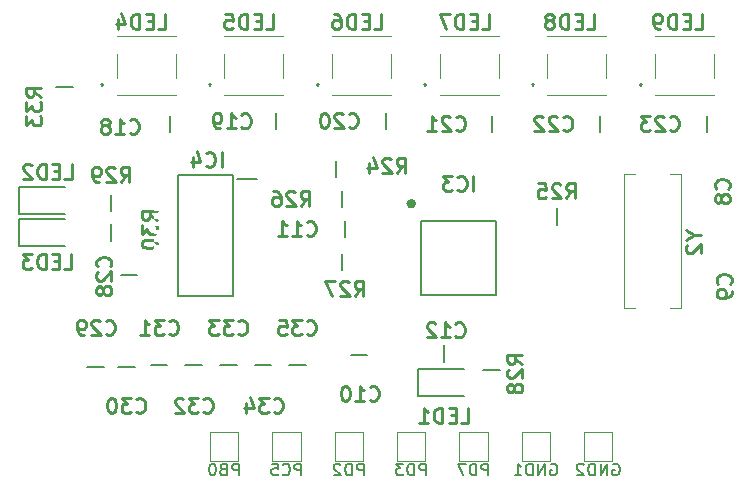
<source format=gbo>
G04 #@! TF.GenerationSoftware,KiCad,Pcbnew,(5.1.9)-1*
G04 #@! TF.CreationDate,2021-04-13T17:11:41+02:00*
G04 #@! TF.ProjectId,sh_control,73685f63-6f6e-4747-926f-6c2e6b696361,rev?*
G04 #@! TF.SameCoordinates,Original*
G04 #@! TF.FileFunction,Legend,Bot*
G04 #@! TF.FilePolarity,Positive*
%FSLAX46Y46*%
G04 Gerber Fmt 4.6, Leading zero omitted, Abs format (unit mm)*
G04 Created by KiCad (PCBNEW (5.1.9)-1) date 2021-04-13 17:11:41*
%MOMM*%
%LPD*%
G01*
G04 APERTURE LIST*
%ADD10C,0.200000*%
%ADD11C,0.120000*%
%ADD12C,0.100000*%
%ADD13C,0.400000*%
%ADD14C,0.254000*%
%ADD15C,0.150000*%
%ADD16R,1.800000X1.050000*%
%ADD17R,2.000000X2.000000*%
%ADD18R,2.000000X5.500000*%
%ADD19C,1.192000*%
%ADD20R,1.050000X1.800000*%
%ADD21R,1.200000X1.800000*%
%ADD22R,1.500000X0.900000*%
%ADD23R,1.100000X1.550000*%
%ADD24C,1.725000*%
%ADD25R,1.725000X1.725000*%
%ADD26O,0.800000X1.600000*%
%ADD27C,0.650000*%
%ADD28R,1.700000X0.450000*%
%ADD29R,1.500000X0.600000*%
%ADD30R,0.600000X1.500000*%
%ADD31C,3.200000*%
%ADD32R,2.110000X1.350000*%
%ADD33R,1.820000X1.020000*%
%ADD34C,1.050000*%
%ADD35R,1.050000X1.050000*%
%ADD36R,1.050000X1.820000*%
%ADD37R,1.020000X1.820000*%
%ADD38R,1.390000X0.960000*%
G04 APERTURE END LIST*
D10*
X56850000Y-97400000D02*
X58250000Y-97400000D01*
D11*
X101530000Y-126680000D02*
X101530000Y-129080000D01*
X103930000Y-126680000D02*
X101530000Y-126680000D01*
X103930000Y-129080000D02*
X103930000Y-126680000D01*
X101530000Y-129080000D02*
X103930000Y-129080000D01*
X96251665Y-126680000D02*
X96251665Y-129080000D01*
X98651665Y-126680000D02*
X96251665Y-126680000D01*
X98651665Y-129080000D02*
X98651665Y-126680000D01*
X96251665Y-129080000D02*
X98651665Y-129080000D01*
X90973332Y-126680000D02*
X90973332Y-129080000D01*
X93373332Y-126680000D02*
X90973332Y-126680000D01*
X93373332Y-129080000D02*
X93373332Y-126680000D01*
X90973332Y-129080000D02*
X93373332Y-129080000D01*
X85694999Y-126680000D02*
X85694999Y-129080000D01*
X88094999Y-126680000D02*
X85694999Y-126680000D01*
X88094999Y-129080000D02*
X88094999Y-126680000D01*
X85694999Y-129080000D02*
X88094999Y-129080000D01*
X80416666Y-126680000D02*
X80416666Y-129080000D01*
X82816666Y-126680000D02*
X80416666Y-126680000D01*
X82816666Y-129080000D02*
X82816666Y-126680000D01*
X80416666Y-129080000D02*
X82816666Y-129080000D01*
X75138333Y-126680000D02*
X75138333Y-129080000D01*
X77538333Y-126680000D02*
X75138333Y-126680000D01*
X77538333Y-129080000D02*
X77538333Y-126680000D01*
X75138333Y-129080000D02*
X77538333Y-129080000D01*
X69860000Y-126680000D02*
X69860000Y-129080000D01*
X72260000Y-126680000D02*
X69860000Y-126680000D01*
X72260000Y-129080000D02*
X72260000Y-126680000D01*
X69860000Y-129080000D02*
X72260000Y-129080000D01*
D12*
X105820000Y-104770000D02*
X104920000Y-104770000D01*
X104920000Y-104770000D02*
X104920000Y-116170000D01*
X104920000Y-116170000D02*
X105820000Y-116170000D01*
X108820000Y-104770000D02*
X109720000Y-104770000D01*
X109720000Y-104770000D02*
X109720000Y-116170000D01*
X109720000Y-116170000D02*
X108820000Y-116170000D01*
D10*
X61460000Y-109040000D02*
X61460000Y-110440000D01*
X61440000Y-106540000D02*
X61440000Y-107940000D01*
X93010000Y-121430000D02*
X94410000Y-121430000D01*
X81026000Y-111568000D02*
X81026000Y-112968000D01*
X81050000Y-107634000D02*
X81050000Y-106234000D01*
X99220000Y-107680000D02*
X99220000Y-109080000D01*
X80542000Y-105094000D02*
X80542000Y-103694000D01*
D12*
X107520000Y-98140000D02*
X112520000Y-98140000D01*
X107520000Y-93140000D02*
X112520000Y-93140000D01*
X107520000Y-94640000D02*
X107520000Y-96640000D01*
X112520000Y-94640000D02*
X112520000Y-96640000D01*
D10*
X106320000Y-97140000D02*
X106320000Y-97140000D01*
X106320000Y-97340000D02*
X106320000Y-97340000D01*
X106320000Y-97140000D02*
G75*
G02*
X106320000Y-97340000I0J-100000D01*
G01*
X106320000Y-97340000D02*
G75*
G02*
X106320000Y-97140000I0J100000D01*
G01*
D12*
X98406000Y-98140000D02*
X103406000Y-98140000D01*
X98406000Y-93140000D02*
X103406000Y-93140000D01*
X98406000Y-94640000D02*
X98406000Y-96640000D01*
X103406000Y-94640000D02*
X103406000Y-96640000D01*
D10*
X97206000Y-97140000D02*
X97206000Y-97140000D01*
X97206000Y-97340000D02*
X97206000Y-97340000D01*
X97206000Y-97140000D02*
G75*
G02*
X97206000Y-97340000I0J-100000D01*
G01*
X97206000Y-97340000D02*
G75*
G02*
X97206000Y-97140000I0J100000D01*
G01*
D12*
X89292000Y-98140000D02*
X94292000Y-98140000D01*
X89292000Y-93140000D02*
X94292000Y-93140000D01*
X89292000Y-94640000D02*
X89292000Y-96640000D01*
X94292000Y-94640000D02*
X94292000Y-96640000D01*
D10*
X88092000Y-97140000D02*
X88092000Y-97140000D01*
X88092000Y-97340000D02*
X88092000Y-97340000D01*
X88092000Y-97140000D02*
G75*
G02*
X88092000Y-97340000I0J-100000D01*
G01*
X88092000Y-97340000D02*
G75*
G02*
X88092000Y-97140000I0J100000D01*
G01*
D12*
X80178000Y-98140000D02*
X85178000Y-98140000D01*
X80178000Y-93140000D02*
X85178000Y-93140000D01*
X80178000Y-94640000D02*
X80178000Y-96640000D01*
X85178000Y-94640000D02*
X85178000Y-96640000D01*
D10*
X78978000Y-97140000D02*
X78978000Y-97140000D01*
X78978000Y-97340000D02*
X78978000Y-97340000D01*
X78978000Y-97140000D02*
G75*
G02*
X78978000Y-97340000I0J-100000D01*
G01*
X78978000Y-97340000D02*
G75*
G02*
X78978000Y-97140000I0J100000D01*
G01*
D12*
X71064000Y-98140000D02*
X76064000Y-98140000D01*
X71064000Y-93140000D02*
X76064000Y-93140000D01*
X71064000Y-94640000D02*
X71064000Y-96640000D01*
X76064000Y-94640000D02*
X76064000Y-96640000D01*
D10*
X69864000Y-97140000D02*
X69864000Y-97140000D01*
X69864000Y-97340000D02*
X69864000Y-97340000D01*
X69864000Y-97140000D02*
G75*
G02*
X69864000Y-97340000I0J-100000D01*
G01*
X69864000Y-97340000D02*
G75*
G02*
X69864000Y-97140000I0J100000D01*
G01*
D12*
X61950000Y-98140000D02*
X66950000Y-98140000D01*
X61950000Y-93140000D02*
X66950000Y-93140000D01*
X61950000Y-94640000D02*
X61950000Y-96640000D01*
X66950000Y-94640000D02*
X66950000Y-96640000D01*
D10*
X60750000Y-97140000D02*
X60750000Y-97140000D01*
X60750000Y-97340000D02*
X60750000Y-97340000D01*
X60750000Y-97140000D02*
G75*
G02*
X60750000Y-97340000I0J-100000D01*
G01*
X60750000Y-97340000D02*
G75*
G02*
X60750000Y-97140000I0J100000D01*
G01*
X57590000Y-110885000D02*
X53690000Y-110885000D01*
X53690000Y-110885000D02*
X53690000Y-108635000D01*
X53690000Y-108635000D02*
X57590000Y-108635000D01*
X57610000Y-108195000D02*
X53710000Y-108195000D01*
X53710000Y-108195000D02*
X53710000Y-105945000D01*
X53710000Y-105945000D02*
X57610000Y-105945000D01*
X91340000Y-123565000D02*
X87440000Y-123565000D01*
X87440000Y-123565000D02*
X87440000Y-121315000D01*
X87440000Y-121315000D02*
X91340000Y-121315000D01*
X71780000Y-104892000D02*
X67180000Y-104892000D01*
X67180000Y-104892000D02*
X67180000Y-115168000D01*
X67180000Y-115168000D02*
X71780000Y-115168000D01*
X71780000Y-115168000D02*
X71780000Y-104892000D01*
X73830000Y-105230000D02*
X72130000Y-105230000D01*
X87740000Y-108770000D02*
X87740000Y-115070000D01*
X87740000Y-115070000D02*
X94040000Y-115070000D01*
X94040000Y-115070000D02*
X94040000Y-108770000D01*
X94040000Y-108770000D02*
X87740000Y-108770000D01*
D13*
X87090000Y-107320000D02*
G75*
G03*
X87090000Y-107320000I-200000J0D01*
G01*
D10*
X76570000Y-121010000D02*
X77970000Y-121010000D01*
X73640000Y-121010000D02*
X75040000Y-121010000D01*
X70710000Y-121010000D02*
X72110000Y-121010000D01*
X67780000Y-121010000D02*
X69180000Y-121010000D01*
X64850000Y-121010000D02*
X66250000Y-121010000D01*
X62070000Y-121155000D02*
X63470000Y-121155000D01*
X59440000Y-121155000D02*
X60840000Y-121155000D01*
X63710000Y-113390000D02*
X62310000Y-113390000D01*
X111894000Y-99884000D02*
X111894000Y-101284000D01*
X102870000Y-99884000D02*
X102870000Y-101284000D01*
X93726000Y-99884000D02*
X93726000Y-101284000D01*
X84716000Y-99630000D02*
X84716000Y-101030000D01*
X75438000Y-99630000D02*
X75438000Y-101030000D01*
X66428000Y-99884000D02*
X66428000Y-101284000D01*
X89690000Y-120690000D02*
X89690000Y-119290000D01*
X81280000Y-110174000D02*
X81280000Y-108774000D01*
X81780000Y-120140000D02*
X83180000Y-120140000D01*
D14*
X55574523Y-98263571D02*
X54969761Y-97840238D01*
X55574523Y-97537857D02*
X54304523Y-97537857D01*
X54304523Y-98021666D01*
X54365000Y-98142619D01*
X54425476Y-98203095D01*
X54546428Y-98263571D01*
X54727857Y-98263571D01*
X54848809Y-98203095D01*
X54909285Y-98142619D01*
X54969761Y-98021666D01*
X54969761Y-97537857D01*
X54304523Y-98686904D02*
X54304523Y-99473095D01*
X54788333Y-99049761D01*
X54788333Y-99231190D01*
X54848809Y-99352142D01*
X54909285Y-99412619D01*
X55030238Y-99473095D01*
X55332619Y-99473095D01*
X55453571Y-99412619D01*
X55514047Y-99352142D01*
X55574523Y-99231190D01*
X55574523Y-98868333D01*
X55514047Y-98747380D01*
X55453571Y-98686904D01*
X54304523Y-99896428D02*
X54304523Y-100682619D01*
X54788333Y-100259285D01*
X54788333Y-100440714D01*
X54848809Y-100561666D01*
X54909285Y-100622142D01*
X55030238Y-100682619D01*
X55332619Y-100682619D01*
X55453571Y-100622142D01*
X55514047Y-100561666D01*
X55574523Y-100440714D01*
X55574523Y-100077857D01*
X55514047Y-99956904D01*
X55453571Y-99896428D01*
D15*
X103968095Y-129378000D02*
X104063333Y-129330380D01*
X104206190Y-129330380D01*
X104349047Y-129378000D01*
X104444285Y-129473238D01*
X104491904Y-129568476D01*
X104539523Y-129758952D01*
X104539523Y-129901809D01*
X104491904Y-130092285D01*
X104444285Y-130187523D01*
X104349047Y-130282761D01*
X104206190Y-130330380D01*
X104110952Y-130330380D01*
X103968095Y-130282761D01*
X103920476Y-130235142D01*
X103920476Y-129901809D01*
X104110952Y-129901809D01*
X103491904Y-130330380D02*
X103491904Y-129330380D01*
X102920476Y-130330380D01*
X102920476Y-129330380D01*
X102444285Y-130330380D02*
X102444285Y-129330380D01*
X102206190Y-129330380D01*
X102063333Y-129378000D01*
X101968095Y-129473238D01*
X101920476Y-129568476D01*
X101872857Y-129758952D01*
X101872857Y-129901809D01*
X101920476Y-130092285D01*
X101968095Y-130187523D01*
X102063333Y-130282761D01*
X102206190Y-130330380D01*
X102444285Y-130330380D01*
X101491904Y-129425619D02*
X101444285Y-129378000D01*
X101349047Y-129330380D01*
X101110952Y-129330380D01*
X101015714Y-129378000D01*
X100968095Y-129425619D01*
X100920476Y-129520857D01*
X100920476Y-129616095D01*
X100968095Y-129758952D01*
X101539523Y-130330380D01*
X100920476Y-130330380D01*
X98689760Y-129378000D02*
X98784998Y-129330380D01*
X98927855Y-129330380D01*
X99070712Y-129378000D01*
X99165950Y-129473238D01*
X99213569Y-129568476D01*
X99261188Y-129758952D01*
X99261188Y-129901809D01*
X99213569Y-130092285D01*
X99165950Y-130187523D01*
X99070712Y-130282761D01*
X98927855Y-130330380D01*
X98832617Y-130330380D01*
X98689760Y-130282761D01*
X98642141Y-130235142D01*
X98642141Y-129901809D01*
X98832617Y-129901809D01*
X98213569Y-130330380D02*
X98213569Y-129330380D01*
X97642141Y-130330380D01*
X97642141Y-129330380D01*
X97165950Y-130330380D02*
X97165950Y-129330380D01*
X96927855Y-129330380D01*
X96784998Y-129378000D01*
X96689760Y-129473238D01*
X96642141Y-129568476D01*
X96594522Y-129758952D01*
X96594522Y-129901809D01*
X96642141Y-130092285D01*
X96689760Y-130187523D01*
X96784998Y-130282761D01*
X96927855Y-130330380D01*
X97165950Y-130330380D01*
X95642141Y-130330380D02*
X96213569Y-130330380D01*
X95927855Y-130330380D02*
X95927855Y-129330380D01*
X96023093Y-129473238D01*
X96118331Y-129568476D01*
X96213569Y-129616095D01*
X93411427Y-130330380D02*
X93411427Y-129330380D01*
X93030474Y-129330380D01*
X92935236Y-129378000D01*
X92887617Y-129425619D01*
X92839998Y-129520857D01*
X92839998Y-129663714D01*
X92887617Y-129758952D01*
X92935236Y-129806571D01*
X93030474Y-129854190D01*
X93411427Y-129854190D01*
X92411427Y-130330380D02*
X92411427Y-129330380D01*
X92173332Y-129330380D01*
X92030474Y-129378000D01*
X91935236Y-129473238D01*
X91887617Y-129568476D01*
X91839998Y-129758952D01*
X91839998Y-129901809D01*
X91887617Y-130092285D01*
X91935236Y-130187523D01*
X92030474Y-130282761D01*
X92173332Y-130330380D01*
X92411427Y-130330380D01*
X91506665Y-129330380D02*
X90839998Y-129330380D01*
X91268570Y-130330380D01*
X88133094Y-130330380D02*
X88133094Y-129330380D01*
X87752141Y-129330380D01*
X87656903Y-129378000D01*
X87609284Y-129425619D01*
X87561665Y-129520857D01*
X87561665Y-129663714D01*
X87609284Y-129758952D01*
X87656903Y-129806571D01*
X87752141Y-129854190D01*
X88133094Y-129854190D01*
X87133094Y-130330380D02*
X87133094Y-129330380D01*
X86894999Y-129330380D01*
X86752141Y-129378000D01*
X86656903Y-129473238D01*
X86609284Y-129568476D01*
X86561665Y-129758952D01*
X86561665Y-129901809D01*
X86609284Y-130092285D01*
X86656903Y-130187523D01*
X86752141Y-130282761D01*
X86894999Y-130330380D01*
X87133094Y-130330380D01*
X86228332Y-129330380D02*
X85609284Y-129330380D01*
X85942618Y-129711333D01*
X85799760Y-129711333D01*
X85704522Y-129758952D01*
X85656903Y-129806571D01*
X85609284Y-129901809D01*
X85609284Y-130139904D01*
X85656903Y-130235142D01*
X85704522Y-130282761D01*
X85799760Y-130330380D01*
X86085475Y-130330380D01*
X86180713Y-130282761D01*
X86228332Y-130235142D01*
X82854761Y-130330380D02*
X82854761Y-129330380D01*
X82473808Y-129330380D01*
X82378570Y-129378000D01*
X82330951Y-129425619D01*
X82283332Y-129520857D01*
X82283332Y-129663714D01*
X82330951Y-129758952D01*
X82378570Y-129806571D01*
X82473808Y-129854190D01*
X82854761Y-129854190D01*
X81854761Y-130330380D02*
X81854761Y-129330380D01*
X81616666Y-129330380D01*
X81473808Y-129378000D01*
X81378570Y-129473238D01*
X81330951Y-129568476D01*
X81283332Y-129758952D01*
X81283332Y-129901809D01*
X81330951Y-130092285D01*
X81378570Y-130187523D01*
X81473808Y-130282761D01*
X81616666Y-130330380D01*
X81854761Y-130330380D01*
X80902380Y-129425619D02*
X80854761Y-129378000D01*
X80759523Y-129330380D01*
X80521427Y-129330380D01*
X80426189Y-129378000D01*
X80378570Y-129425619D01*
X80330951Y-129520857D01*
X80330951Y-129616095D01*
X80378570Y-129758952D01*
X80949999Y-130330380D01*
X80330951Y-130330380D01*
X77576428Y-130330380D02*
X77576428Y-129330380D01*
X77195475Y-129330380D01*
X77100237Y-129378000D01*
X77052618Y-129425619D01*
X77004999Y-129520857D01*
X77004999Y-129663714D01*
X77052618Y-129758952D01*
X77100237Y-129806571D01*
X77195475Y-129854190D01*
X77576428Y-129854190D01*
X76004999Y-130235142D02*
X76052618Y-130282761D01*
X76195475Y-130330380D01*
X76290713Y-130330380D01*
X76433571Y-130282761D01*
X76528809Y-130187523D01*
X76576428Y-130092285D01*
X76624047Y-129901809D01*
X76624047Y-129758952D01*
X76576428Y-129568476D01*
X76528809Y-129473238D01*
X76433571Y-129378000D01*
X76290713Y-129330380D01*
X76195475Y-129330380D01*
X76052618Y-129378000D01*
X76004999Y-129425619D01*
X75100237Y-129330380D02*
X75576428Y-129330380D01*
X75624047Y-129806571D01*
X75576428Y-129758952D01*
X75481190Y-129711333D01*
X75243094Y-129711333D01*
X75147856Y-129758952D01*
X75100237Y-129806571D01*
X75052618Y-129901809D01*
X75052618Y-130139904D01*
X75100237Y-130235142D01*
X75147856Y-130282761D01*
X75243094Y-130330380D01*
X75481190Y-130330380D01*
X75576428Y-130282761D01*
X75624047Y-130235142D01*
X72298095Y-130330380D02*
X72298095Y-129330380D01*
X71917142Y-129330380D01*
X71821904Y-129378000D01*
X71774285Y-129425619D01*
X71726666Y-129520857D01*
X71726666Y-129663714D01*
X71774285Y-129758952D01*
X71821904Y-129806571D01*
X71917142Y-129854190D01*
X72298095Y-129854190D01*
X70964761Y-129806571D02*
X70821904Y-129854190D01*
X70774285Y-129901809D01*
X70726666Y-129997047D01*
X70726666Y-130139904D01*
X70774285Y-130235142D01*
X70821904Y-130282761D01*
X70917142Y-130330380D01*
X71298095Y-130330380D01*
X71298095Y-129330380D01*
X70964761Y-129330380D01*
X70869523Y-129378000D01*
X70821904Y-129425619D01*
X70774285Y-129520857D01*
X70774285Y-129616095D01*
X70821904Y-129711333D01*
X70869523Y-129758952D01*
X70964761Y-129806571D01*
X71298095Y-129806571D01*
X70107619Y-129330380D02*
X70012380Y-129330380D01*
X69917142Y-129378000D01*
X69869523Y-129425619D01*
X69821904Y-129520857D01*
X69774285Y-129711333D01*
X69774285Y-129949428D01*
X69821904Y-130139904D01*
X69869523Y-130235142D01*
X69917142Y-130282761D01*
X70012380Y-130330380D01*
X70107619Y-130330380D01*
X70202857Y-130282761D01*
X70250476Y-130235142D01*
X70298095Y-130139904D01*
X70345714Y-129949428D01*
X70345714Y-129711333D01*
X70298095Y-129520857D01*
X70250476Y-129425619D01*
X70202857Y-129378000D01*
X70107619Y-129330380D01*
D14*
X110809761Y-110005238D02*
X111414523Y-110005238D01*
X110144523Y-109581904D02*
X110809761Y-110005238D01*
X110144523Y-110428571D01*
X110265476Y-110791428D02*
X110205000Y-110851904D01*
X110144523Y-110972857D01*
X110144523Y-111275238D01*
X110205000Y-111396190D01*
X110265476Y-111456666D01*
X110386428Y-111517142D01*
X110507380Y-111517142D01*
X110688809Y-111456666D01*
X111414523Y-110730952D01*
X111414523Y-111517142D01*
X65344523Y-108657571D02*
X64739761Y-108234238D01*
X65344523Y-107931857D02*
X64074523Y-107931857D01*
X64074523Y-108415666D01*
X64135000Y-108536619D01*
X64195476Y-108597095D01*
X64316428Y-108657571D01*
X64497857Y-108657571D01*
X64618809Y-108597095D01*
X64679285Y-108536619D01*
X64739761Y-108415666D01*
X64739761Y-107931857D01*
X64074523Y-109080904D02*
X64074523Y-109867095D01*
X64558333Y-109443761D01*
X64558333Y-109625190D01*
X64618809Y-109746142D01*
X64679285Y-109806619D01*
X64800238Y-109867095D01*
X65102619Y-109867095D01*
X65223571Y-109806619D01*
X65284047Y-109746142D01*
X65344523Y-109625190D01*
X65344523Y-109262333D01*
X65284047Y-109141380D01*
X65223571Y-109080904D01*
X64074523Y-110653285D02*
X64074523Y-110774238D01*
X64135000Y-110895190D01*
X64195476Y-110955666D01*
X64316428Y-111016142D01*
X64558333Y-111076619D01*
X64860714Y-111076619D01*
X65102619Y-111016142D01*
X65223571Y-110955666D01*
X65284047Y-110895190D01*
X65344523Y-110774238D01*
X65344523Y-110653285D01*
X65284047Y-110532333D01*
X65223571Y-110471857D01*
X65102619Y-110411380D01*
X64860714Y-110350904D01*
X64558333Y-110350904D01*
X64316428Y-110411380D01*
X64195476Y-110471857D01*
X64135000Y-110532333D01*
X64074523Y-110653285D01*
X62284428Y-105476523D02*
X62707761Y-104871761D01*
X63010142Y-105476523D02*
X63010142Y-104206523D01*
X62526333Y-104206523D01*
X62405380Y-104267000D01*
X62344904Y-104327476D01*
X62284428Y-104448428D01*
X62284428Y-104629857D01*
X62344904Y-104750809D01*
X62405380Y-104811285D01*
X62526333Y-104871761D01*
X63010142Y-104871761D01*
X61800619Y-104327476D02*
X61740142Y-104267000D01*
X61619190Y-104206523D01*
X61316809Y-104206523D01*
X61195857Y-104267000D01*
X61135380Y-104327476D01*
X61074904Y-104448428D01*
X61074904Y-104569380D01*
X61135380Y-104750809D01*
X61861095Y-105476523D01*
X61074904Y-105476523D01*
X60470142Y-105476523D02*
X60228238Y-105476523D01*
X60107285Y-105416047D01*
X60046809Y-105355571D01*
X59925857Y-105174142D01*
X59865380Y-104932238D01*
X59865380Y-104448428D01*
X59925857Y-104327476D01*
X59986333Y-104267000D01*
X60107285Y-104206523D01*
X60349190Y-104206523D01*
X60470142Y-104267000D01*
X60530619Y-104327476D01*
X60591095Y-104448428D01*
X60591095Y-104750809D01*
X60530619Y-104871761D01*
X60470142Y-104932238D01*
X60349190Y-104992714D01*
X60107285Y-104992714D01*
X59986333Y-104932238D01*
X59925857Y-104871761D01*
X59865380Y-104750809D01*
X96304523Y-120883571D02*
X95699761Y-120460238D01*
X96304523Y-120157857D02*
X95034523Y-120157857D01*
X95034523Y-120641666D01*
X95095000Y-120762619D01*
X95155476Y-120823095D01*
X95276428Y-120883571D01*
X95457857Y-120883571D01*
X95578809Y-120823095D01*
X95639285Y-120762619D01*
X95699761Y-120641666D01*
X95699761Y-120157857D01*
X95155476Y-121367380D02*
X95095000Y-121427857D01*
X95034523Y-121548809D01*
X95034523Y-121851190D01*
X95095000Y-121972142D01*
X95155476Y-122032619D01*
X95276428Y-122093095D01*
X95397380Y-122093095D01*
X95578809Y-122032619D01*
X96304523Y-121306904D01*
X96304523Y-122093095D01*
X95578809Y-122818809D02*
X95518333Y-122697857D01*
X95457857Y-122637380D01*
X95336904Y-122576904D01*
X95276428Y-122576904D01*
X95155476Y-122637380D01*
X95095000Y-122697857D01*
X95034523Y-122818809D01*
X95034523Y-123060714D01*
X95095000Y-123181666D01*
X95155476Y-123242142D01*
X95276428Y-123302619D01*
X95336904Y-123302619D01*
X95457857Y-123242142D01*
X95518333Y-123181666D01*
X95578809Y-123060714D01*
X95578809Y-122818809D01*
X95639285Y-122697857D01*
X95699761Y-122637380D01*
X95820714Y-122576904D01*
X96062619Y-122576904D01*
X96183571Y-122637380D01*
X96244047Y-122697857D01*
X96304523Y-122818809D01*
X96304523Y-123060714D01*
X96244047Y-123181666D01*
X96183571Y-123242142D01*
X96062619Y-123302619D01*
X95820714Y-123302619D01*
X95699761Y-123242142D01*
X95639285Y-123181666D01*
X95578809Y-123060714D01*
X82096428Y-115128523D02*
X82519761Y-114523761D01*
X82822142Y-115128523D02*
X82822142Y-113858523D01*
X82338333Y-113858523D01*
X82217380Y-113919000D01*
X82156904Y-113979476D01*
X82096428Y-114100428D01*
X82096428Y-114281857D01*
X82156904Y-114402809D01*
X82217380Y-114463285D01*
X82338333Y-114523761D01*
X82822142Y-114523761D01*
X81612619Y-113979476D02*
X81552142Y-113919000D01*
X81431190Y-113858523D01*
X81128809Y-113858523D01*
X81007857Y-113919000D01*
X80947380Y-113979476D01*
X80886904Y-114100428D01*
X80886904Y-114221380D01*
X80947380Y-114402809D01*
X81673095Y-115128523D01*
X80886904Y-115128523D01*
X80463571Y-113858523D02*
X79616904Y-113858523D01*
X80161190Y-115128523D01*
X77524428Y-107508523D02*
X77947761Y-106903761D01*
X78250142Y-107508523D02*
X78250142Y-106238523D01*
X77766333Y-106238523D01*
X77645380Y-106299000D01*
X77584904Y-106359476D01*
X77524428Y-106480428D01*
X77524428Y-106661857D01*
X77584904Y-106782809D01*
X77645380Y-106843285D01*
X77766333Y-106903761D01*
X78250142Y-106903761D01*
X77040619Y-106359476D02*
X76980142Y-106299000D01*
X76859190Y-106238523D01*
X76556809Y-106238523D01*
X76435857Y-106299000D01*
X76375380Y-106359476D01*
X76314904Y-106480428D01*
X76314904Y-106601380D01*
X76375380Y-106782809D01*
X77101095Y-107508523D01*
X76314904Y-107508523D01*
X75226333Y-106238523D02*
X75468238Y-106238523D01*
X75589190Y-106299000D01*
X75649666Y-106359476D01*
X75770619Y-106540904D01*
X75831095Y-106782809D01*
X75831095Y-107266619D01*
X75770619Y-107387571D01*
X75710142Y-107448047D01*
X75589190Y-107508523D01*
X75347285Y-107508523D01*
X75226333Y-107448047D01*
X75165857Y-107387571D01*
X75105380Y-107266619D01*
X75105380Y-106964238D01*
X75165857Y-106843285D01*
X75226333Y-106782809D01*
X75347285Y-106722333D01*
X75589190Y-106722333D01*
X75710142Y-106782809D01*
X75770619Y-106843285D01*
X75831095Y-106964238D01*
X100006428Y-106864523D02*
X100429761Y-106259761D01*
X100732142Y-106864523D02*
X100732142Y-105594523D01*
X100248333Y-105594523D01*
X100127380Y-105655000D01*
X100066904Y-105715476D01*
X100006428Y-105836428D01*
X100006428Y-106017857D01*
X100066904Y-106138809D01*
X100127380Y-106199285D01*
X100248333Y-106259761D01*
X100732142Y-106259761D01*
X99522619Y-105715476D02*
X99462142Y-105655000D01*
X99341190Y-105594523D01*
X99038809Y-105594523D01*
X98917857Y-105655000D01*
X98857380Y-105715476D01*
X98796904Y-105836428D01*
X98796904Y-105957380D01*
X98857380Y-106138809D01*
X99583095Y-106864523D01*
X98796904Y-106864523D01*
X97647857Y-105594523D02*
X98252619Y-105594523D01*
X98313095Y-106199285D01*
X98252619Y-106138809D01*
X98131666Y-106078333D01*
X97829285Y-106078333D01*
X97708333Y-106138809D01*
X97647857Y-106199285D01*
X97587380Y-106320238D01*
X97587380Y-106622619D01*
X97647857Y-106743571D01*
X97708333Y-106804047D01*
X97829285Y-106864523D01*
X98131666Y-106864523D01*
X98252619Y-106804047D01*
X98313095Y-106743571D01*
X85652428Y-104714523D02*
X86075761Y-104109761D01*
X86378142Y-104714523D02*
X86378142Y-103444523D01*
X85894333Y-103444523D01*
X85773380Y-103505000D01*
X85712904Y-103565476D01*
X85652428Y-103686428D01*
X85652428Y-103867857D01*
X85712904Y-103988809D01*
X85773380Y-104049285D01*
X85894333Y-104109761D01*
X86378142Y-104109761D01*
X85168619Y-103565476D02*
X85108142Y-103505000D01*
X84987190Y-103444523D01*
X84684809Y-103444523D01*
X84563857Y-103505000D01*
X84503380Y-103565476D01*
X84442904Y-103686428D01*
X84442904Y-103807380D01*
X84503380Y-103988809D01*
X85229095Y-104714523D01*
X84442904Y-104714523D01*
X83354333Y-103867857D02*
X83354333Y-104714523D01*
X83656714Y-103384047D02*
X83959095Y-104291190D01*
X83172904Y-104291190D01*
X110895190Y-92522523D02*
X111499952Y-92522523D01*
X111499952Y-91252523D01*
X110471857Y-91857285D02*
X110048523Y-91857285D01*
X109867095Y-92522523D02*
X110471857Y-92522523D01*
X110471857Y-91252523D01*
X109867095Y-91252523D01*
X109322809Y-92522523D02*
X109322809Y-91252523D01*
X109020428Y-91252523D01*
X108839000Y-91313000D01*
X108718047Y-91433952D01*
X108657571Y-91554904D01*
X108597095Y-91796809D01*
X108597095Y-91978238D01*
X108657571Y-92220142D01*
X108718047Y-92341095D01*
X108839000Y-92462047D01*
X109020428Y-92522523D01*
X109322809Y-92522523D01*
X107992333Y-92522523D02*
X107750428Y-92522523D01*
X107629476Y-92462047D01*
X107569000Y-92401571D01*
X107448047Y-92220142D01*
X107387571Y-91978238D01*
X107387571Y-91494428D01*
X107448047Y-91373476D01*
X107508523Y-91313000D01*
X107629476Y-91252523D01*
X107871380Y-91252523D01*
X107992333Y-91313000D01*
X108052809Y-91373476D01*
X108113285Y-91494428D01*
X108113285Y-91796809D01*
X108052809Y-91917761D01*
X107992333Y-91978238D01*
X107871380Y-92038714D01*
X107629476Y-92038714D01*
X107508523Y-91978238D01*
X107448047Y-91917761D01*
X107387571Y-91796809D01*
X101751190Y-92522523D02*
X102355952Y-92522523D01*
X102355952Y-91252523D01*
X101327857Y-91857285D02*
X100904523Y-91857285D01*
X100723095Y-92522523D02*
X101327857Y-92522523D01*
X101327857Y-91252523D01*
X100723095Y-91252523D01*
X100178809Y-92522523D02*
X100178809Y-91252523D01*
X99876428Y-91252523D01*
X99695000Y-91313000D01*
X99574047Y-91433952D01*
X99513571Y-91554904D01*
X99453095Y-91796809D01*
X99453095Y-91978238D01*
X99513571Y-92220142D01*
X99574047Y-92341095D01*
X99695000Y-92462047D01*
X99876428Y-92522523D01*
X100178809Y-92522523D01*
X98727380Y-91796809D02*
X98848333Y-91736333D01*
X98908809Y-91675857D01*
X98969285Y-91554904D01*
X98969285Y-91494428D01*
X98908809Y-91373476D01*
X98848333Y-91313000D01*
X98727380Y-91252523D01*
X98485476Y-91252523D01*
X98364523Y-91313000D01*
X98304047Y-91373476D01*
X98243571Y-91494428D01*
X98243571Y-91554904D01*
X98304047Y-91675857D01*
X98364523Y-91736333D01*
X98485476Y-91796809D01*
X98727380Y-91796809D01*
X98848333Y-91857285D01*
X98908809Y-91917761D01*
X98969285Y-92038714D01*
X98969285Y-92280619D01*
X98908809Y-92401571D01*
X98848333Y-92462047D01*
X98727380Y-92522523D01*
X98485476Y-92522523D01*
X98364523Y-92462047D01*
X98304047Y-92401571D01*
X98243571Y-92280619D01*
X98243571Y-92038714D01*
X98304047Y-91917761D01*
X98364523Y-91857285D01*
X98485476Y-91796809D01*
X92861190Y-92522523D02*
X93465952Y-92522523D01*
X93465952Y-91252523D01*
X92437857Y-91857285D02*
X92014523Y-91857285D01*
X91833095Y-92522523D02*
X92437857Y-92522523D01*
X92437857Y-91252523D01*
X91833095Y-91252523D01*
X91288809Y-92522523D02*
X91288809Y-91252523D01*
X90986428Y-91252523D01*
X90805000Y-91313000D01*
X90684047Y-91433952D01*
X90623571Y-91554904D01*
X90563095Y-91796809D01*
X90563095Y-91978238D01*
X90623571Y-92220142D01*
X90684047Y-92341095D01*
X90805000Y-92462047D01*
X90986428Y-92522523D01*
X91288809Y-92522523D01*
X90139761Y-91252523D02*
X89293095Y-91252523D01*
X89837380Y-92522523D01*
X83717190Y-92522523D02*
X84321952Y-92522523D01*
X84321952Y-91252523D01*
X83293857Y-91857285D02*
X82870523Y-91857285D01*
X82689095Y-92522523D02*
X83293857Y-92522523D01*
X83293857Y-91252523D01*
X82689095Y-91252523D01*
X82144809Y-92522523D02*
X82144809Y-91252523D01*
X81842428Y-91252523D01*
X81661000Y-91313000D01*
X81540047Y-91433952D01*
X81479571Y-91554904D01*
X81419095Y-91796809D01*
X81419095Y-91978238D01*
X81479571Y-92220142D01*
X81540047Y-92341095D01*
X81661000Y-92462047D01*
X81842428Y-92522523D01*
X82144809Y-92522523D01*
X80330523Y-91252523D02*
X80572428Y-91252523D01*
X80693380Y-91313000D01*
X80753857Y-91373476D01*
X80874809Y-91554904D01*
X80935285Y-91796809D01*
X80935285Y-92280619D01*
X80874809Y-92401571D01*
X80814333Y-92462047D01*
X80693380Y-92522523D01*
X80451476Y-92522523D01*
X80330523Y-92462047D01*
X80270047Y-92401571D01*
X80209571Y-92280619D01*
X80209571Y-91978238D01*
X80270047Y-91857285D01*
X80330523Y-91796809D01*
X80451476Y-91736333D01*
X80693380Y-91736333D01*
X80814333Y-91796809D01*
X80874809Y-91857285D01*
X80935285Y-91978238D01*
X74573190Y-92522523D02*
X75177952Y-92522523D01*
X75177952Y-91252523D01*
X74149857Y-91857285D02*
X73726523Y-91857285D01*
X73545095Y-92522523D02*
X74149857Y-92522523D01*
X74149857Y-91252523D01*
X73545095Y-91252523D01*
X73000809Y-92522523D02*
X73000809Y-91252523D01*
X72698428Y-91252523D01*
X72517000Y-91313000D01*
X72396047Y-91433952D01*
X72335571Y-91554904D01*
X72275095Y-91796809D01*
X72275095Y-91978238D01*
X72335571Y-92220142D01*
X72396047Y-92341095D01*
X72517000Y-92462047D01*
X72698428Y-92522523D01*
X73000809Y-92522523D01*
X71126047Y-91252523D02*
X71730809Y-91252523D01*
X71791285Y-91857285D01*
X71730809Y-91796809D01*
X71609857Y-91736333D01*
X71307476Y-91736333D01*
X71186523Y-91796809D01*
X71126047Y-91857285D01*
X71065571Y-91978238D01*
X71065571Y-92280619D01*
X71126047Y-92401571D01*
X71186523Y-92462047D01*
X71307476Y-92522523D01*
X71609857Y-92522523D01*
X71730809Y-92462047D01*
X71791285Y-92401571D01*
X65429190Y-92522523D02*
X66033952Y-92522523D01*
X66033952Y-91252523D01*
X65005857Y-91857285D02*
X64582523Y-91857285D01*
X64401095Y-92522523D02*
X65005857Y-92522523D01*
X65005857Y-91252523D01*
X64401095Y-91252523D01*
X63856809Y-92522523D02*
X63856809Y-91252523D01*
X63554428Y-91252523D01*
X63373000Y-91313000D01*
X63252047Y-91433952D01*
X63191571Y-91554904D01*
X63131095Y-91796809D01*
X63131095Y-91978238D01*
X63191571Y-92220142D01*
X63252047Y-92341095D01*
X63373000Y-92462047D01*
X63554428Y-92522523D01*
X63856809Y-92522523D01*
X62042523Y-91675857D02*
X62042523Y-92522523D01*
X62344904Y-91192047D02*
X62647285Y-92099190D01*
X61861095Y-92099190D01*
X57511190Y-112842523D02*
X58115952Y-112842523D01*
X58115952Y-111572523D01*
X57087857Y-112177285D02*
X56664523Y-112177285D01*
X56483095Y-112842523D02*
X57087857Y-112842523D01*
X57087857Y-111572523D01*
X56483095Y-111572523D01*
X55938809Y-112842523D02*
X55938809Y-111572523D01*
X55636428Y-111572523D01*
X55455000Y-111633000D01*
X55334047Y-111753952D01*
X55273571Y-111874904D01*
X55213095Y-112116809D01*
X55213095Y-112298238D01*
X55273571Y-112540142D01*
X55334047Y-112661095D01*
X55455000Y-112782047D01*
X55636428Y-112842523D01*
X55938809Y-112842523D01*
X54789761Y-111572523D02*
X54003571Y-111572523D01*
X54426904Y-112056333D01*
X54245476Y-112056333D01*
X54124523Y-112116809D01*
X54064047Y-112177285D01*
X54003571Y-112298238D01*
X54003571Y-112600619D01*
X54064047Y-112721571D01*
X54124523Y-112782047D01*
X54245476Y-112842523D01*
X54608333Y-112842523D01*
X54729285Y-112782047D01*
X54789761Y-112721571D01*
X57531190Y-105222523D02*
X58135952Y-105222523D01*
X58135952Y-103952523D01*
X57107857Y-104557285D02*
X56684523Y-104557285D01*
X56503095Y-105222523D02*
X57107857Y-105222523D01*
X57107857Y-103952523D01*
X56503095Y-103952523D01*
X55958809Y-105222523D02*
X55958809Y-103952523D01*
X55656428Y-103952523D01*
X55475000Y-104013000D01*
X55354047Y-104133952D01*
X55293571Y-104254904D01*
X55233095Y-104496809D01*
X55233095Y-104678238D01*
X55293571Y-104920142D01*
X55354047Y-105041095D01*
X55475000Y-105162047D01*
X55656428Y-105222523D01*
X55958809Y-105222523D01*
X54749285Y-104073476D02*
X54688809Y-104013000D01*
X54567857Y-103952523D01*
X54265476Y-103952523D01*
X54144523Y-104013000D01*
X54084047Y-104073476D01*
X54023571Y-104194428D01*
X54023571Y-104315380D01*
X54084047Y-104496809D01*
X54809761Y-105222523D01*
X54023571Y-105222523D01*
X91091190Y-125874523D02*
X91695952Y-125874523D01*
X91695952Y-124604523D01*
X90667857Y-125209285D02*
X90244523Y-125209285D01*
X90063095Y-125874523D02*
X90667857Y-125874523D01*
X90667857Y-124604523D01*
X90063095Y-124604523D01*
X89518809Y-125874523D02*
X89518809Y-124604523D01*
X89216428Y-124604523D01*
X89035000Y-124665000D01*
X88914047Y-124785952D01*
X88853571Y-124906904D01*
X88793095Y-125148809D01*
X88793095Y-125330238D01*
X88853571Y-125572142D01*
X88914047Y-125693095D01*
X89035000Y-125814047D01*
X89216428Y-125874523D01*
X89518809Y-125874523D01*
X87583571Y-125874523D02*
X88309285Y-125874523D01*
X87946428Y-125874523D02*
X87946428Y-124604523D01*
X88067380Y-124785952D01*
X88188333Y-124906904D01*
X88309285Y-124967380D01*
X70835761Y-104206523D02*
X70835761Y-102936523D01*
X69505285Y-104085571D02*
X69565761Y-104146047D01*
X69747190Y-104206523D01*
X69868142Y-104206523D01*
X70049571Y-104146047D01*
X70170523Y-104025095D01*
X70231000Y-103904142D01*
X70291476Y-103662238D01*
X70291476Y-103480809D01*
X70231000Y-103238904D01*
X70170523Y-103117952D01*
X70049571Y-102997000D01*
X69868142Y-102936523D01*
X69747190Y-102936523D01*
X69565761Y-102997000D01*
X69505285Y-103057476D01*
X68416714Y-103359857D02*
X68416714Y-104206523D01*
X68719095Y-102876047D02*
X69021476Y-103783190D01*
X68235285Y-103783190D01*
X92129761Y-106238523D02*
X92129761Y-104968523D01*
X90799285Y-106117571D02*
X90859761Y-106178047D01*
X91041190Y-106238523D01*
X91162142Y-106238523D01*
X91343571Y-106178047D01*
X91464523Y-106057095D01*
X91525000Y-105936142D01*
X91585476Y-105694238D01*
X91585476Y-105512809D01*
X91525000Y-105270904D01*
X91464523Y-105149952D01*
X91343571Y-105029000D01*
X91162142Y-104968523D01*
X91041190Y-104968523D01*
X90859761Y-105029000D01*
X90799285Y-105089476D01*
X90375952Y-104968523D02*
X89589761Y-104968523D01*
X90013095Y-105452333D01*
X89831666Y-105452333D01*
X89710714Y-105512809D01*
X89650238Y-105573285D01*
X89589761Y-105694238D01*
X89589761Y-105996619D01*
X89650238Y-106117571D01*
X89710714Y-106178047D01*
X89831666Y-106238523D01*
X90194523Y-106238523D01*
X90315476Y-106178047D01*
X90375952Y-106117571D01*
X78032428Y-118309571D02*
X78092904Y-118370047D01*
X78274333Y-118430523D01*
X78395285Y-118430523D01*
X78576714Y-118370047D01*
X78697666Y-118249095D01*
X78758142Y-118128142D01*
X78818619Y-117886238D01*
X78818619Y-117704809D01*
X78758142Y-117462904D01*
X78697666Y-117341952D01*
X78576714Y-117221000D01*
X78395285Y-117160523D01*
X78274333Y-117160523D01*
X78092904Y-117221000D01*
X78032428Y-117281476D01*
X77609095Y-117160523D02*
X76822904Y-117160523D01*
X77246238Y-117644333D01*
X77064809Y-117644333D01*
X76943857Y-117704809D01*
X76883380Y-117765285D01*
X76822904Y-117886238D01*
X76822904Y-118188619D01*
X76883380Y-118309571D01*
X76943857Y-118370047D01*
X77064809Y-118430523D01*
X77427666Y-118430523D01*
X77548619Y-118370047D01*
X77609095Y-118309571D01*
X75673857Y-117160523D02*
X76278619Y-117160523D01*
X76339095Y-117765285D01*
X76278619Y-117704809D01*
X76157666Y-117644333D01*
X75855285Y-117644333D01*
X75734333Y-117704809D01*
X75673857Y-117765285D01*
X75613380Y-117886238D01*
X75613380Y-118188619D01*
X75673857Y-118309571D01*
X75734333Y-118370047D01*
X75855285Y-118430523D01*
X76157666Y-118430523D01*
X76278619Y-118370047D01*
X76339095Y-118309571D01*
X75238428Y-124913571D02*
X75298904Y-124974047D01*
X75480333Y-125034523D01*
X75601285Y-125034523D01*
X75782714Y-124974047D01*
X75903666Y-124853095D01*
X75964142Y-124732142D01*
X76024619Y-124490238D01*
X76024619Y-124308809D01*
X75964142Y-124066904D01*
X75903666Y-123945952D01*
X75782714Y-123825000D01*
X75601285Y-123764523D01*
X75480333Y-123764523D01*
X75298904Y-123825000D01*
X75238428Y-123885476D01*
X74815095Y-123764523D02*
X74028904Y-123764523D01*
X74452238Y-124248333D01*
X74270809Y-124248333D01*
X74149857Y-124308809D01*
X74089380Y-124369285D01*
X74028904Y-124490238D01*
X74028904Y-124792619D01*
X74089380Y-124913571D01*
X74149857Y-124974047D01*
X74270809Y-125034523D01*
X74633666Y-125034523D01*
X74754619Y-124974047D01*
X74815095Y-124913571D01*
X72940333Y-124187857D02*
X72940333Y-125034523D01*
X73242714Y-123704047D02*
X73545095Y-124611190D01*
X72758904Y-124611190D01*
X72226428Y-118309571D02*
X72286904Y-118370047D01*
X72468333Y-118430523D01*
X72589285Y-118430523D01*
X72770714Y-118370047D01*
X72891666Y-118249095D01*
X72952142Y-118128142D01*
X73012619Y-117886238D01*
X73012619Y-117704809D01*
X72952142Y-117462904D01*
X72891666Y-117341952D01*
X72770714Y-117221000D01*
X72589285Y-117160523D01*
X72468333Y-117160523D01*
X72286904Y-117221000D01*
X72226428Y-117281476D01*
X71803095Y-117160523D02*
X71016904Y-117160523D01*
X71440238Y-117644333D01*
X71258809Y-117644333D01*
X71137857Y-117704809D01*
X71077380Y-117765285D01*
X71016904Y-117886238D01*
X71016904Y-118188619D01*
X71077380Y-118309571D01*
X71137857Y-118370047D01*
X71258809Y-118430523D01*
X71621666Y-118430523D01*
X71742619Y-118370047D01*
X71803095Y-118309571D01*
X70593571Y-117160523D02*
X69807380Y-117160523D01*
X70230714Y-117644333D01*
X70049285Y-117644333D01*
X69928333Y-117704809D01*
X69867857Y-117765285D01*
X69807380Y-117886238D01*
X69807380Y-118188619D01*
X69867857Y-118309571D01*
X69928333Y-118370047D01*
X70049285Y-118430523D01*
X70412142Y-118430523D01*
X70533095Y-118370047D01*
X70593571Y-118309571D01*
X69296428Y-124913571D02*
X69356904Y-124974047D01*
X69538333Y-125034523D01*
X69659285Y-125034523D01*
X69840714Y-124974047D01*
X69961666Y-124853095D01*
X70022142Y-124732142D01*
X70082619Y-124490238D01*
X70082619Y-124308809D01*
X70022142Y-124066904D01*
X69961666Y-123945952D01*
X69840714Y-123825000D01*
X69659285Y-123764523D01*
X69538333Y-123764523D01*
X69356904Y-123825000D01*
X69296428Y-123885476D01*
X68873095Y-123764523D02*
X68086904Y-123764523D01*
X68510238Y-124248333D01*
X68328809Y-124248333D01*
X68207857Y-124308809D01*
X68147380Y-124369285D01*
X68086904Y-124490238D01*
X68086904Y-124792619D01*
X68147380Y-124913571D01*
X68207857Y-124974047D01*
X68328809Y-125034523D01*
X68691666Y-125034523D01*
X68812619Y-124974047D01*
X68873095Y-124913571D01*
X67603095Y-123885476D02*
X67542619Y-123825000D01*
X67421666Y-123764523D01*
X67119285Y-123764523D01*
X66998333Y-123825000D01*
X66937857Y-123885476D01*
X66877380Y-124006428D01*
X66877380Y-124127380D01*
X66937857Y-124308809D01*
X67663571Y-125034523D01*
X66877380Y-125034523D01*
X66366428Y-118309571D02*
X66426904Y-118370047D01*
X66608333Y-118430523D01*
X66729285Y-118430523D01*
X66910714Y-118370047D01*
X67031666Y-118249095D01*
X67092142Y-118128142D01*
X67152619Y-117886238D01*
X67152619Y-117704809D01*
X67092142Y-117462904D01*
X67031666Y-117341952D01*
X66910714Y-117221000D01*
X66729285Y-117160523D01*
X66608333Y-117160523D01*
X66426904Y-117221000D01*
X66366428Y-117281476D01*
X65943095Y-117160523D02*
X65156904Y-117160523D01*
X65580238Y-117644333D01*
X65398809Y-117644333D01*
X65277857Y-117704809D01*
X65217380Y-117765285D01*
X65156904Y-117886238D01*
X65156904Y-118188619D01*
X65217380Y-118309571D01*
X65277857Y-118370047D01*
X65398809Y-118430523D01*
X65761666Y-118430523D01*
X65882619Y-118370047D01*
X65943095Y-118309571D01*
X63947380Y-118430523D02*
X64673095Y-118430523D01*
X64310238Y-118430523D02*
X64310238Y-117160523D01*
X64431190Y-117341952D01*
X64552142Y-117462904D01*
X64673095Y-117523380D01*
X63586428Y-124913571D02*
X63646904Y-124974047D01*
X63828333Y-125034523D01*
X63949285Y-125034523D01*
X64130714Y-124974047D01*
X64251666Y-124853095D01*
X64312142Y-124732142D01*
X64372619Y-124490238D01*
X64372619Y-124308809D01*
X64312142Y-124066904D01*
X64251666Y-123945952D01*
X64130714Y-123825000D01*
X63949285Y-123764523D01*
X63828333Y-123764523D01*
X63646904Y-123825000D01*
X63586428Y-123885476D01*
X63163095Y-123764523D02*
X62376904Y-123764523D01*
X62800238Y-124248333D01*
X62618809Y-124248333D01*
X62497857Y-124308809D01*
X62437380Y-124369285D01*
X62376904Y-124490238D01*
X62376904Y-124792619D01*
X62437380Y-124913571D01*
X62497857Y-124974047D01*
X62618809Y-125034523D01*
X62981666Y-125034523D01*
X63102619Y-124974047D01*
X63163095Y-124913571D01*
X61590714Y-123764523D02*
X61469761Y-123764523D01*
X61348809Y-123825000D01*
X61288333Y-123885476D01*
X61227857Y-124006428D01*
X61167380Y-124248333D01*
X61167380Y-124550714D01*
X61227857Y-124792619D01*
X61288333Y-124913571D01*
X61348809Y-124974047D01*
X61469761Y-125034523D01*
X61590714Y-125034523D01*
X61711666Y-124974047D01*
X61772142Y-124913571D01*
X61832619Y-124792619D01*
X61893095Y-124550714D01*
X61893095Y-124248333D01*
X61832619Y-124006428D01*
X61772142Y-123885476D01*
X61711666Y-123825000D01*
X61590714Y-123764523D01*
X61014428Y-118309571D02*
X61074904Y-118370047D01*
X61256333Y-118430523D01*
X61377285Y-118430523D01*
X61558714Y-118370047D01*
X61679666Y-118249095D01*
X61740142Y-118128142D01*
X61800619Y-117886238D01*
X61800619Y-117704809D01*
X61740142Y-117462904D01*
X61679666Y-117341952D01*
X61558714Y-117221000D01*
X61377285Y-117160523D01*
X61256333Y-117160523D01*
X61074904Y-117221000D01*
X61014428Y-117281476D01*
X60530619Y-117281476D02*
X60470142Y-117221000D01*
X60349190Y-117160523D01*
X60046809Y-117160523D01*
X59925857Y-117221000D01*
X59865380Y-117281476D01*
X59804904Y-117402428D01*
X59804904Y-117523380D01*
X59865380Y-117704809D01*
X60591095Y-118430523D01*
X59804904Y-118430523D01*
X59200142Y-118430523D02*
X58958238Y-118430523D01*
X58837285Y-118370047D01*
X58776809Y-118309571D01*
X58655857Y-118128142D01*
X58595380Y-117886238D01*
X58595380Y-117402428D01*
X58655857Y-117281476D01*
X58716333Y-117221000D01*
X58837285Y-117160523D01*
X59079190Y-117160523D01*
X59200142Y-117221000D01*
X59260619Y-117281476D01*
X59321095Y-117402428D01*
X59321095Y-117704809D01*
X59260619Y-117825761D01*
X59200142Y-117886238D01*
X59079190Y-117946714D01*
X58837285Y-117946714D01*
X58716333Y-117886238D01*
X58655857Y-117825761D01*
X58595380Y-117704809D01*
X61393571Y-112633571D02*
X61454047Y-112573095D01*
X61514523Y-112391666D01*
X61514523Y-112270714D01*
X61454047Y-112089285D01*
X61333095Y-111968333D01*
X61212142Y-111907857D01*
X60970238Y-111847380D01*
X60788809Y-111847380D01*
X60546904Y-111907857D01*
X60425952Y-111968333D01*
X60305000Y-112089285D01*
X60244523Y-112270714D01*
X60244523Y-112391666D01*
X60305000Y-112573095D01*
X60365476Y-112633571D01*
X60365476Y-113117380D02*
X60305000Y-113177857D01*
X60244523Y-113298809D01*
X60244523Y-113601190D01*
X60305000Y-113722142D01*
X60365476Y-113782619D01*
X60486428Y-113843095D01*
X60607380Y-113843095D01*
X60788809Y-113782619D01*
X61514523Y-113056904D01*
X61514523Y-113843095D01*
X60788809Y-114568809D02*
X60728333Y-114447857D01*
X60667857Y-114387380D01*
X60546904Y-114326904D01*
X60486428Y-114326904D01*
X60365476Y-114387380D01*
X60305000Y-114447857D01*
X60244523Y-114568809D01*
X60244523Y-114810714D01*
X60305000Y-114931666D01*
X60365476Y-114992142D01*
X60486428Y-115052619D01*
X60546904Y-115052619D01*
X60667857Y-114992142D01*
X60728333Y-114931666D01*
X60788809Y-114810714D01*
X60788809Y-114568809D01*
X60849285Y-114447857D01*
X60909761Y-114387380D01*
X61030714Y-114326904D01*
X61272619Y-114326904D01*
X61393571Y-114387380D01*
X61454047Y-114447857D01*
X61514523Y-114568809D01*
X61514523Y-114810714D01*
X61454047Y-114931666D01*
X61393571Y-114992142D01*
X61272619Y-115052619D01*
X61030714Y-115052619D01*
X60909761Y-114992142D01*
X60849285Y-114931666D01*
X60788809Y-114810714D01*
X108767829Y-101037571D02*
X108828305Y-101098047D01*
X109009734Y-101158523D01*
X109130686Y-101158523D01*
X109312115Y-101098047D01*
X109433067Y-100977095D01*
X109493543Y-100856142D01*
X109554020Y-100614238D01*
X109554020Y-100432809D01*
X109493543Y-100190904D01*
X109433067Y-100069952D01*
X109312115Y-99949000D01*
X109130686Y-99888523D01*
X109009734Y-99888523D01*
X108828305Y-99949000D01*
X108767829Y-100009476D01*
X108284020Y-100009476D02*
X108223543Y-99949000D01*
X108102591Y-99888523D01*
X107800210Y-99888523D01*
X107679258Y-99949000D01*
X107618781Y-100009476D01*
X107558305Y-100130428D01*
X107558305Y-100251380D01*
X107618781Y-100432809D01*
X108344496Y-101158523D01*
X107558305Y-101158523D01*
X107134972Y-99888523D02*
X106348781Y-99888523D01*
X106772115Y-100372333D01*
X106590686Y-100372333D01*
X106469734Y-100432809D01*
X106409258Y-100493285D01*
X106348781Y-100614238D01*
X106348781Y-100916619D01*
X106409258Y-101037571D01*
X106469734Y-101098047D01*
X106590686Y-101158523D01*
X106953543Y-101158523D01*
X107074496Y-101098047D01*
X107134972Y-101037571D01*
X99742428Y-101037571D02*
X99802904Y-101098047D01*
X99984333Y-101158523D01*
X100105285Y-101158523D01*
X100286714Y-101098047D01*
X100407666Y-100977095D01*
X100468142Y-100856142D01*
X100528619Y-100614238D01*
X100528619Y-100432809D01*
X100468142Y-100190904D01*
X100407666Y-100069952D01*
X100286714Y-99949000D01*
X100105285Y-99888523D01*
X99984333Y-99888523D01*
X99802904Y-99949000D01*
X99742428Y-100009476D01*
X99258619Y-100009476D02*
X99198142Y-99949000D01*
X99077190Y-99888523D01*
X98774809Y-99888523D01*
X98653857Y-99949000D01*
X98593380Y-100009476D01*
X98532904Y-100130428D01*
X98532904Y-100251380D01*
X98593380Y-100432809D01*
X99319095Y-101158523D01*
X98532904Y-101158523D01*
X98049095Y-100009476D02*
X97988619Y-99949000D01*
X97867666Y-99888523D01*
X97565285Y-99888523D01*
X97444333Y-99949000D01*
X97383857Y-100009476D01*
X97323380Y-100130428D01*
X97323380Y-100251380D01*
X97383857Y-100432809D01*
X98109571Y-101158523D01*
X97323380Y-101158523D01*
X90669829Y-101037571D02*
X90730305Y-101098047D01*
X90911734Y-101158523D01*
X91032686Y-101158523D01*
X91214115Y-101098047D01*
X91335067Y-100977095D01*
X91395543Y-100856142D01*
X91456020Y-100614238D01*
X91456020Y-100432809D01*
X91395543Y-100190904D01*
X91335067Y-100069952D01*
X91214115Y-99949000D01*
X91032686Y-99888523D01*
X90911734Y-99888523D01*
X90730305Y-99949000D01*
X90669829Y-100009476D01*
X90186020Y-100009476D02*
X90125543Y-99949000D01*
X90004591Y-99888523D01*
X89702210Y-99888523D01*
X89581258Y-99949000D01*
X89520781Y-100009476D01*
X89460305Y-100130428D01*
X89460305Y-100251380D01*
X89520781Y-100432809D01*
X90246496Y-101158523D01*
X89460305Y-101158523D01*
X88250781Y-101158523D02*
X88976496Y-101158523D01*
X88613639Y-101158523D02*
X88613639Y-99888523D01*
X88734591Y-100069952D01*
X88855543Y-100190904D01*
X88976496Y-100251380D01*
X81588428Y-100783571D02*
X81648904Y-100844047D01*
X81830333Y-100904523D01*
X81951285Y-100904523D01*
X82132714Y-100844047D01*
X82253666Y-100723095D01*
X82314142Y-100602142D01*
X82374619Y-100360238D01*
X82374619Y-100178809D01*
X82314142Y-99936904D01*
X82253666Y-99815952D01*
X82132714Y-99695000D01*
X81951285Y-99634523D01*
X81830333Y-99634523D01*
X81648904Y-99695000D01*
X81588428Y-99755476D01*
X81104619Y-99755476D02*
X81044142Y-99695000D01*
X80923190Y-99634523D01*
X80620809Y-99634523D01*
X80499857Y-99695000D01*
X80439380Y-99755476D01*
X80378904Y-99876428D01*
X80378904Y-99997380D01*
X80439380Y-100178809D01*
X81165095Y-100904523D01*
X80378904Y-100904523D01*
X79592714Y-99634523D02*
X79471761Y-99634523D01*
X79350809Y-99695000D01*
X79290333Y-99755476D01*
X79229857Y-99876428D01*
X79169380Y-100118333D01*
X79169380Y-100420714D01*
X79229857Y-100662619D01*
X79290333Y-100783571D01*
X79350809Y-100844047D01*
X79471761Y-100904523D01*
X79592714Y-100904523D01*
X79713666Y-100844047D01*
X79774142Y-100783571D01*
X79834619Y-100662619D01*
X79895095Y-100420714D01*
X79895095Y-100118333D01*
X79834619Y-99876428D01*
X79774142Y-99755476D01*
X79713666Y-99695000D01*
X79592714Y-99634523D01*
X72517829Y-100824250D02*
X72578305Y-100884726D01*
X72759734Y-100945202D01*
X72880686Y-100945202D01*
X73062115Y-100884726D01*
X73183067Y-100763774D01*
X73243543Y-100642821D01*
X73304020Y-100400917D01*
X73304020Y-100219488D01*
X73243543Y-99977583D01*
X73183067Y-99856631D01*
X73062115Y-99735679D01*
X72880686Y-99675202D01*
X72759734Y-99675202D01*
X72578305Y-99735679D01*
X72517829Y-99796155D01*
X71308305Y-100945202D02*
X72034020Y-100945202D01*
X71671162Y-100945202D02*
X71671162Y-99675202D01*
X71792115Y-99856631D01*
X71913067Y-99977583D01*
X72034020Y-100038059D01*
X70703543Y-100945202D02*
X70461639Y-100945202D01*
X70340686Y-100884726D01*
X70280210Y-100824250D01*
X70159258Y-100642821D01*
X70098781Y-100400917D01*
X70098781Y-99917107D01*
X70159258Y-99796155D01*
X70219734Y-99735679D01*
X70340686Y-99675202D01*
X70582591Y-99675202D01*
X70703543Y-99735679D01*
X70764020Y-99796155D01*
X70824496Y-99917107D01*
X70824496Y-100219488D01*
X70764020Y-100340440D01*
X70703543Y-100400917D01*
X70582591Y-100461393D01*
X70340686Y-100461393D01*
X70219734Y-100400917D01*
X70159258Y-100340440D01*
X70098781Y-100219488D01*
X63046428Y-101291571D02*
X63106904Y-101352047D01*
X63288333Y-101412523D01*
X63409285Y-101412523D01*
X63590714Y-101352047D01*
X63711666Y-101231095D01*
X63772142Y-101110142D01*
X63832619Y-100868238D01*
X63832619Y-100686809D01*
X63772142Y-100444904D01*
X63711666Y-100323952D01*
X63590714Y-100203000D01*
X63409285Y-100142523D01*
X63288333Y-100142523D01*
X63106904Y-100203000D01*
X63046428Y-100263476D01*
X61836904Y-101412523D02*
X62562619Y-101412523D01*
X62199761Y-101412523D02*
X62199761Y-100142523D01*
X62320714Y-100323952D01*
X62441666Y-100444904D01*
X62562619Y-100505380D01*
X61111190Y-100686809D02*
X61232142Y-100626333D01*
X61292619Y-100565857D01*
X61353095Y-100444904D01*
X61353095Y-100384428D01*
X61292619Y-100263476D01*
X61232142Y-100203000D01*
X61111190Y-100142523D01*
X60869285Y-100142523D01*
X60748333Y-100203000D01*
X60687857Y-100263476D01*
X60627380Y-100384428D01*
X60627380Y-100444904D01*
X60687857Y-100565857D01*
X60748333Y-100626333D01*
X60869285Y-100686809D01*
X61111190Y-100686809D01*
X61232142Y-100747285D01*
X61292619Y-100807761D01*
X61353095Y-100928714D01*
X61353095Y-101170619D01*
X61292619Y-101291571D01*
X61232142Y-101352047D01*
X61111190Y-101412523D01*
X60869285Y-101412523D01*
X60748333Y-101352047D01*
X60687857Y-101291571D01*
X60627380Y-101170619D01*
X60627380Y-100928714D01*
X60687857Y-100807761D01*
X60748333Y-100747285D01*
X60869285Y-100686809D01*
X90636428Y-118523571D02*
X90696904Y-118584047D01*
X90878333Y-118644523D01*
X90999285Y-118644523D01*
X91180714Y-118584047D01*
X91301666Y-118463095D01*
X91362142Y-118342142D01*
X91422619Y-118100238D01*
X91422619Y-117918809D01*
X91362142Y-117676904D01*
X91301666Y-117555952D01*
X91180714Y-117435000D01*
X90999285Y-117374523D01*
X90878333Y-117374523D01*
X90696904Y-117435000D01*
X90636428Y-117495476D01*
X89426904Y-118644523D02*
X90152619Y-118644523D01*
X89789761Y-118644523D02*
X89789761Y-117374523D01*
X89910714Y-117555952D01*
X90031666Y-117676904D01*
X90152619Y-117737380D01*
X88943095Y-117495476D02*
X88882619Y-117435000D01*
X88761666Y-117374523D01*
X88459285Y-117374523D01*
X88338333Y-117435000D01*
X88277857Y-117495476D01*
X88217380Y-117616428D01*
X88217380Y-117737380D01*
X88277857Y-117918809D01*
X89003571Y-118644523D01*
X88217380Y-118644523D01*
X78032428Y-109927571D02*
X78092904Y-109988047D01*
X78274333Y-110048523D01*
X78395285Y-110048523D01*
X78576714Y-109988047D01*
X78697666Y-109867095D01*
X78758142Y-109746142D01*
X78818619Y-109504238D01*
X78818619Y-109322809D01*
X78758142Y-109080904D01*
X78697666Y-108959952D01*
X78576714Y-108839000D01*
X78395285Y-108778523D01*
X78274333Y-108778523D01*
X78092904Y-108839000D01*
X78032428Y-108899476D01*
X76822904Y-110048523D02*
X77548619Y-110048523D01*
X77185761Y-110048523D02*
X77185761Y-108778523D01*
X77306714Y-108959952D01*
X77427666Y-109080904D01*
X77548619Y-109141380D01*
X75613380Y-110048523D02*
X76339095Y-110048523D01*
X75976238Y-110048523D02*
X75976238Y-108778523D01*
X76097190Y-108959952D01*
X76218142Y-109080904D01*
X76339095Y-109141380D01*
X83366428Y-123897571D02*
X83426904Y-123958047D01*
X83608333Y-124018523D01*
X83729285Y-124018523D01*
X83910714Y-123958047D01*
X84031666Y-123837095D01*
X84092142Y-123716142D01*
X84152619Y-123474238D01*
X84152619Y-123292809D01*
X84092142Y-123050904D01*
X84031666Y-122929952D01*
X83910714Y-122809000D01*
X83729285Y-122748523D01*
X83608333Y-122748523D01*
X83426904Y-122809000D01*
X83366428Y-122869476D01*
X82156904Y-124018523D02*
X82882619Y-124018523D01*
X82519761Y-124018523D02*
X82519761Y-122748523D01*
X82640714Y-122929952D01*
X82761666Y-123050904D01*
X82882619Y-123111380D01*
X81370714Y-122748523D02*
X81249761Y-122748523D01*
X81128809Y-122809000D01*
X81068333Y-122869476D01*
X81007857Y-122990428D01*
X80947380Y-123232333D01*
X80947380Y-123534714D01*
X81007857Y-123776619D01*
X81068333Y-123897571D01*
X81128809Y-123958047D01*
X81249761Y-124018523D01*
X81370714Y-124018523D01*
X81491666Y-123958047D01*
X81552142Y-123897571D01*
X81612619Y-123776619D01*
X81673095Y-123534714D01*
X81673095Y-123232333D01*
X81612619Y-122990428D01*
X81552142Y-122869476D01*
X81491666Y-122809000D01*
X81370714Y-122748523D01*
X113903571Y-114098333D02*
X113964047Y-114037857D01*
X114024523Y-113856428D01*
X114024523Y-113735476D01*
X113964047Y-113554047D01*
X113843095Y-113433095D01*
X113722142Y-113372619D01*
X113480238Y-113312142D01*
X113298809Y-113312142D01*
X113056904Y-113372619D01*
X112935952Y-113433095D01*
X112815000Y-113554047D01*
X112754523Y-113735476D01*
X112754523Y-113856428D01*
X112815000Y-114037857D01*
X112875476Y-114098333D01*
X114024523Y-114703095D02*
X114024523Y-114945000D01*
X113964047Y-115065952D01*
X113903571Y-115126428D01*
X113722142Y-115247380D01*
X113480238Y-115307857D01*
X112996428Y-115307857D01*
X112875476Y-115247380D01*
X112815000Y-115186904D01*
X112754523Y-115065952D01*
X112754523Y-114824047D01*
X112815000Y-114703095D01*
X112875476Y-114642619D01*
X112996428Y-114582142D01*
X113298809Y-114582142D01*
X113419761Y-114642619D01*
X113480238Y-114703095D01*
X113540714Y-114824047D01*
X113540714Y-115065952D01*
X113480238Y-115186904D01*
X113419761Y-115247380D01*
X113298809Y-115307857D01*
X113743571Y-106048333D02*
X113804047Y-105987857D01*
X113864523Y-105806428D01*
X113864523Y-105685476D01*
X113804047Y-105504047D01*
X113683095Y-105383095D01*
X113562142Y-105322619D01*
X113320238Y-105262142D01*
X113138809Y-105262142D01*
X112896904Y-105322619D01*
X112775952Y-105383095D01*
X112655000Y-105504047D01*
X112594523Y-105685476D01*
X112594523Y-105806428D01*
X112655000Y-105987857D01*
X112715476Y-106048333D01*
X113138809Y-106774047D02*
X113078333Y-106653095D01*
X113017857Y-106592619D01*
X112896904Y-106532142D01*
X112836428Y-106532142D01*
X112715476Y-106592619D01*
X112655000Y-106653095D01*
X112594523Y-106774047D01*
X112594523Y-107015952D01*
X112655000Y-107136904D01*
X112715476Y-107197380D01*
X112836428Y-107257857D01*
X112896904Y-107257857D01*
X113017857Y-107197380D01*
X113078333Y-107136904D01*
X113138809Y-107015952D01*
X113138809Y-106774047D01*
X113199285Y-106653095D01*
X113259761Y-106592619D01*
X113380714Y-106532142D01*
X113622619Y-106532142D01*
X113743571Y-106592619D01*
X113804047Y-106653095D01*
X113864523Y-106774047D01*
X113864523Y-107015952D01*
X113804047Y-107136904D01*
X113743571Y-107197380D01*
X113622619Y-107257857D01*
X113380714Y-107257857D01*
X113259761Y-107197380D01*
X113199285Y-107136904D01*
X113138809Y-107015952D01*
%LPC*%
D16*
X57550000Y-98900000D03*
X57550000Y-95900000D03*
D17*
X102730000Y-127880000D03*
X97451665Y-127880000D03*
X92173332Y-127880000D03*
X86894999Y-127880000D03*
X81616666Y-127880000D03*
X76338333Y-127880000D03*
X71060000Y-127880000D03*
D18*
X107320000Y-115220000D03*
X107320000Y-105720000D03*
D19*
X69460000Y-102350000D03*
X74340000Y-102350000D03*
D20*
X59960000Y-109740000D03*
X62960000Y-109740000D03*
X59940000Y-107240000D03*
X62940000Y-107240000D03*
D16*
X93710000Y-122930000D03*
X93710000Y-119930000D03*
D20*
X79526000Y-112268000D03*
X82526000Y-112268000D03*
X82550000Y-106934000D03*
X79550000Y-106934000D03*
D21*
X97720000Y-108380000D03*
X100720000Y-108380000D03*
D20*
X82042000Y-104394000D03*
X79042000Y-104394000D03*
D22*
X112470000Y-97290000D03*
X112470000Y-93990000D03*
X107570000Y-93990000D03*
X107570000Y-97290000D03*
X103356000Y-97290000D03*
X103356000Y-93990000D03*
X98456000Y-93990000D03*
X98456000Y-97290000D03*
X94242000Y-97290000D03*
X94242000Y-93990000D03*
X89342000Y-93990000D03*
X89342000Y-97290000D03*
X85128000Y-97290000D03*
X85128000Y-93990000D03*
X80228000Y-93990000D03*
X80228000Y-97290000D03*
X76014000Y-97290000D03*
X76014000Y-93990000D03*
X71114000Y-93990000D03*
X71114000Y-97290000D03*
X66900000Y-97290000D03*
X66900000Y-93990000D03*
X62000000Y-93990000D03*
X62000000Y-97290000D03*
D23*
X57590000Y-109760000D03*
X54590000Y-109760000D03*
X57610000Y-107070000D03*
X54610000Y-107070000D03*
X91340000Y-122440000D03*
X88340000Y-122440000D03*
D24*
X113030000Y-119634000D03*
X113030000Y-122174000D03*
X110490000Y-119634000D03*
X110490000Y-122174000D03*
X107950000Y-119634000D03*
D25*
X107950000Y-122174000D03*
D24*
X104394000Y-119634000D03*
X104394000Y-122174000D03*
X101854000Y-119634000D03*
X101854000Y-122174000D03*
X99314000Y-119634000D03*
D25*
X99314000Y-122174000D03*
D26*
X82824360Y-134361240D03*
X91084360Y-134361240D03*
X91444360Y-140311240D03*
D27*
X83354360Y-133111240D03*
D26*
X82464360Y-140311240D03*
D28*
X65980000Y-105805000D03*
X65980000Y-106455000D03*
X65980000Y-107105000D03*
X65980000Y-107755000D03*
X65980000Y-108405000D03*
X65980000Y-109055000D03*
X65980000Y-109705000D03*
X65980000Y-110355000D03*
X65980000Y-111005000D03*
X65980000Y-111655000D03*
X65980000Y-112305000D03*
X65980000Y-112955000D03*
X65980000Y-113605000D03*
X65980000Y-114255000D03*
X72980000Y-114255000D03*
X72980000Y-113605000D03*
X72980000Y-112955000D03*
X72980000Y-112305000D03*
X72980000Y-111655000D03*
X72980000Y-111005000D03*
X72980000Y-110355000D03*
X72980000Y-109705000D03*
X72980000Y-109055000D03*
X72980000Y-108405000D03*
X72980000Y-107755000D03*
X72980000Y-107105000D03*
X72980000Y-106455000D03*
X72980000Y-105805000D03*
D29*
X86640000Y-109120000D03*
X86640000Y-109920000D03*
X86640000Y-110720000D03*
X86640000Y-111520000D03*
X86640000Y-112320000D03*
X86640000Y-113120000D03*
X86640000Y-113920000D03*
X86640000Y-114720000D03*
D30*
X88090000Y-116170000D03*
X88890000Y-116170000D03*
X89690000Y-116170000D03*
X90490000Y-116170000D03*
X91290000Y-116170000D03*
X92090000Y-116170000D03*
X92890000Y-116170000D03*
X93690000Y-116170000D03*
D29*
X95140000Y-114720000D03*
X95140000Y-113920000D03*
X95140000Y-113120000D03*
X95140000Y-112320000D03*
X95140000Y-111520000D03*
X95140000Y-110720000D03*
X95140000Y-109920000D03*
X95140000Y-109120000D03*
D30*
X93690000Y-107670000D03*
X92890000Y-107670000D03*
X92090000Y-107670000D03*
X91290000Y-107670000D03*
X90490000Y-107670000D03*
X89690000Y-107670000D03*
X88890000Y-107670000D03*
X88090000Y-107670000D03*
D31*
X109010000Y-127520000D03*
X65020000Y-127520000D03*
X108760000Y-85290000D03*
X65440000Y-85290000D03*
D32*
X77270000Y-122390000D03*
X77270000Y-119630000D03*
X74340000Y-122390000D03*
X74340000Y-119630000D03*
X71410000Y-122390000D03*
X71410000Y-119630000D03*
X68480000Y-122390000D03*
X68480000Y-119630000D03*
X65550000Y-122390000D03*
X65550000Y-119630000D03*
D33*
X62770000Y-122555000D03*
X62770000Y-119755000D03*
X60140000Y-122555000D03*
X60140000Y-119755000D03*
X63010000Y-111990000D03*
X63010000Y-114790000D03*
D34*
X101540000Y-86950000D03*
D35*
X99040000Y-86950000D03*
D34*
X101540000Y-78950000D03*
D35*
X99040000Y-78950000D03*
D34*
X75040000Y-86950000D03*
D35*
X72540000Y-86950000D03*
D34*
X75040000Y-78950000D03*
D35*
X72540000Y-78950000D03*
D36*
X110504000Y-100584000D03*
X113284000Y-100584000D03*
X101480000Y-100584000D03*
X104260000Y-100584000D03*
X92336000Y-100584000D03*
X95116000Y-100584000D03*
X83326000Y-100330000D03*
X86106000Y-100330000D03*
X74048000Y-100330000D03*
X76828000Y-100330000D03*
X65038000Y-100584000D03*
X67818000Y-100584000D03*
D34*
X101500000Y-111480000D03*
D35*
X101500000Y-113980000D03*
D37*
X91090000Y-119990000D03*
X88290000Y-119990000D03*
X82680000Y-109474000D03*
X79880000Y-109474000D03*
D33*
X82480000Y-121540000D03*
X82480000Y-118740000D03*
D38*
X111400000Y-115210000D03*
X111400000Y-113590000D03*
X111420000Y-105950000D03*
X111420000Y-107570000D03*
M02*

</source>
